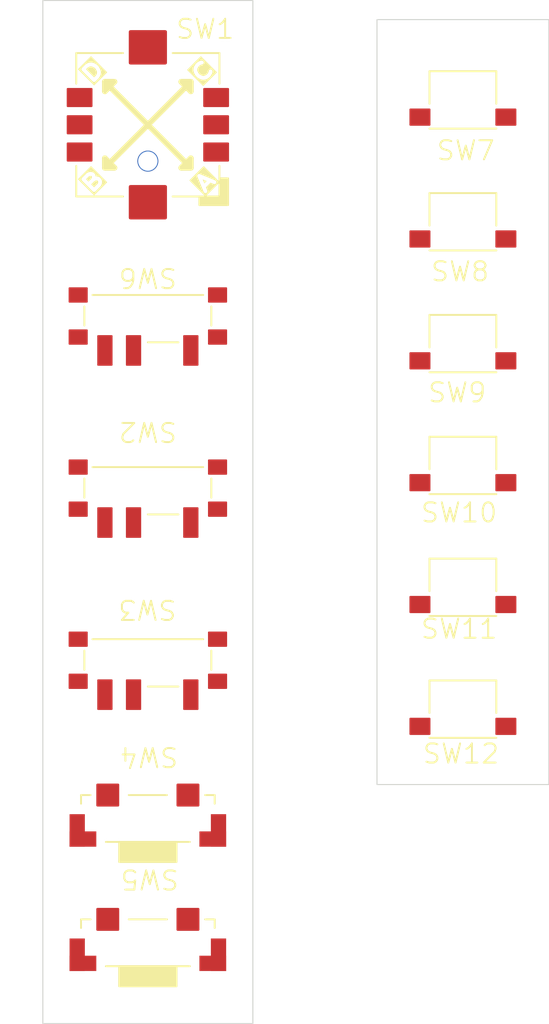
<source format=kicad_pcb>
(kicad_pcb (version 20240108) (generator "pcbnew") (generator_version "8.0")
  (layers (0 "F.Cu" signal) (31 "B.Cu" signal) (34 "B.Paste" user) (35 "F.Paste" user) (36 "B.SilkS" user "B.Silkscreen") (37 "F.SilkS" user "F.Silkscreen") (38 "B.Mask" user) (39 "F.Mask" user) (44 "Edge.Cuts" user))
  (net 0 "")
  (footprint "cocotter_connectors:TQ2537A" (layer "F.Cu") (at 66.5 34.271428)
    (property "Reference" "SW8" (at -0.15 3.407143 0) (layer "F.SilkS") (effects (font (thickness 0.1))))
    (property "Value" "TQ2537A")
    (fp_line (start -1.75 -0.7) (end -1.75 1) (stroke (width 0.1)) (layer "F.SilkS"))
    (fp_line (start 1.75 -0.7) (end -1.75 -0.7) (stroke (width 0.1)) (layer "F.SilkS"))
    (fp_line (start 1.75 -0.7) (end 1.75 1) (stroke (width 0.1)) (layer "F.SilkS"))
    (fp_line (start 1.75 2.3) (end -1.75 2.3) (stroke (width 0.1)) (layer "F.SilkS"))
    (pad "" np_thru_hole circle (at 0 0) (size 0.1 0.1) (drill 0.7) (layers "F&B.Cu" "*.Mask"))
    (pad "" np_thru_hole circle (at 0 1.6) (size 0.1 0.1) (drill 0.7) (layers "F&B.Cu" "*.Mask"))
    (pad "1" smd roundrect (at -2.25 1.7) (size 1.1 0.9) (layers "F.Cu" "F.Paste" "F.Mask") (roundrect_rratio 0.05))
    (pad "2" smd roundrect (at 2.25 1.7) (size 1.1 0.9) (layers "F.Cu" "F.Paste" "F.Mask") (roundrect_rratio 0.05))
  )
  (footprint "cocotter_connectors:TQ2537" (layer "F.Cu") (at 66.5 53.385712)
    (property "Reference" "SW11" (at -0.2 2.978572 0) (layer "F.SilkS") (effects (font (thickness 0.1))))
    (property "Value" "TQ2537")
    (fp_line (start -1.75 -0.7) (end -1.75 1) (stroke (width 0.1)) (layer "F.SilkS"))
    (fp_line (start 1.75 -0.7) (end -1.75 -0.7) (stroke (width 0.1)) (layer "F.SilkS"))
    (fp_line (start 1.75 -0.7) (end 1.75 1) (stroke (width 0.1)) (layer "F.SilkS"))
    (fp_line (start 1.75 2.3) (end -1.75 2.3) (stroke (width 0.1)) (layer "F.SilkS"))
    (pad "" np_thru_hole circle (at 0 0) (size 0.1 0.1) (drill 0.7) (layers "F&B.Cu" "*.Mask"))
    (pad "" np_thru_hole circle (at 0 1.6) (size 0.1 0.1) (drill 0.7) (layers "F&B.Cu" "*.Mask"))
    (pad "1" smd roundrect (at -2.25 1.7) (size 1.1 0.9) (layers "F.Cu" "F.Paste" "F.Mask") (roundrect_rratio 0.05))
    (pad "2" smd roundrect (at 2.25 1.7) (size 1.1 0.9) (layers "F.Cu" "F.Paste" "F.Mask") (roundrect_rratio 0.05))
  )
  (footprint "cocotter_connectors:MSS12C02LS-BB2.0" (layer "F.Cu") (at 50 58 180)
    (property "Reference" "SW3" (at 0.025 2.65 180) (layer "F.SilkS") (effects (font (thickness 0.1))))
    (property "Value" "MSS12C02LS-BB2.0")
    (fp_line (start 3.325 0.5) (end 3.325 -0.5) (stroke (width 0.1)) (layer "F.SilkS"))
    (fp_line (start 2.9 1.1) (end -2.9 1.1) (stroke (width 0.1)) (layer "F.SilkS"))
    (fp_line (start -1.6 -1.375) (end 0 -1.375) (stroke (width 0.1)) (layer "F.SilkS"))
    (fp_line (start -3.325 -0.5) (end -3.325 0.5) (stroke (width 0.1)) (layer "F.SilkS"))
    (pad "" np_thru_hole circle (at -1.5 0 180) (size 0.5 0.5) (drill 0.8) (layers "F&B.Cu" "*.Mask"))
    (pad "" np_thru_hole circle (at 1.5 0 180) (size 0.5 0.5) (drill 0.8) (layers "F&B.Cu" "*.Mask"))
    (pad "A" smd roundrect (at -2.25 -1.8 180) (size 0.8 1.6) (layers "F.Cu" "F.Paste" "F.Mask") (roundrect_rratio 0.05))
    (pad "B" smd roundrect (at 0.75 -1.8 180) (size 0.8 1.6) (layers "F.Cu" "F.Paste" "F.Mask") (roundrect_rratio 0.05))
    (pad "C" smd roundrect (at 2.25 -1.8 180) (size 0.8 1.6) (layers "F.Cu" "F.Paste" "F.Mask") (roundrect_rratio 0.05))
    (pad "MP" smd roundrect (at -3.65 -1.1 180) (size 1 0.8) (layers "F.Cu" "F.Paste" "F.Mask") (roundrect_rratio 0.05))
    (pad "MP" smd roundrect (at -3.65 1.1 180) (size 1 0.8) (layers "F.Cu" "F.Paste" "F.Mask") (roundrect_rratio 0.05))
    (pad "MP" smd roundrect (at 3.65 -1.1 180) (size 1 0.8) (layers "F.Cu" "F.Paste" "F.Mask") (roundrect_rratio 0.05))
    (pad "MP" smd roundrect (at 3.65 1.1 180) (size 1 0.8) (layers "F.Cu" "F.Paste" "F.Mask") (roundrect_rratio 0.05))
  )
  (footprint "cocotter_connectors:TQ2537A" (layer "F.Cu") (at 66.5 59.75714)
    (property "Reference" "SW12" (at -0.1 3.135715 0) (layer "F.SilkS") (effects (font (thickness 0.1))))
    (property "Value" "TQ2537A")
    (fp_line (start -1.75 -0.7) (end -1.75 1) (stroke (width 0.1)) (layer "F.SilkS"))
    (fp_line (start 1.75 -0.7) (end -1.75 -0.7) (stroke (width 0.1)) (layer "F.SilkS"))
    (fp_line (start 1.75 -0.7) (end 1.75 1) (stroke (width 0.1)) (layer "F.SilkS"))
    (fp_line (start 1.75 2.3) (end -1.75 2.3) (stroke (width 0.1)) (layer "F.SilkS"))
    (pad "" np_thru_hole circle (at 0 0) (size 0.1 0.1) (drill 0.7) (layers "F&B.Cu" "*.Mask"))
    (pad "" np_thru_hole circle (at 0 1.6) (size 0.1 0.1) (drill 0.7) (layers "F&B.Cu" "*.Mask"))
    (pad "1" smd roundrect (at -2.25 1.7) (size 1.1 0.9) (layers "F.Cu" "F.Paste" "F.Mask") (roundrect_rratio 0.05))
    (pad "2" smd roundrect (at 2.25 1.7) (size 1.1 0.9) (layers "F.Cu" "F.Paste" "F.Mask") (roundrect_rratio 0.05))
  )
  (footprint "cocotter_connectors:TQ2537" (layer "F.Cu") (at 66.5 40.642856)
    (property "Reference" "SW9" (at -0.3 3.364286 0) (layer "F.SilkS") (effects (font (thickness 0.1))))
    (property "Value" "TQ2537")
    (fp_line (start -1.75 -0.7) (end -1.75 1) (stroke (width 0.1)) (layer "F.SilkS"))
    (fp_line (start 1.75 -0.7) (end -1.75 -0.7) (stroke (width 0.1)) (layer "F.SilkS"))
    (fp_line (start 1.75 -0.7) (end 1.75 1) (stroke (width 0.1)) (layer "F.SilkS"))
    (fp_line (start 1.75 2.3) (end -1.75 2.3) (stroke (width 0.1)) (layer "F.SilkS"))
    (pad "" np_thru_hole circle (at 0 0) (size 0.1 0.1) (drill 0.7) (layers "F&B.Cu" "*.Mask"))
    (pad "" np_thru_hole circle (at 0 1.6) (size 0.1 0.1) (drill 0.7) (layers "F&B.Cu" "*.Mask"))
    (pad "1" smd roundrect (at -2.25 1.7) (size 1.1 0.9) (layers "F.Cu" "F.Paste" "F.Mask") (roundrect_rratio 0.05))
    (pad "2" smd roundrect (at 2.25 1.7) (size 1.1 0.9) (layers "F.Cu" "F.Paste" "F.Mask") (roundrect_rratio 0.05))
  )
  (footprint "cocotter_connectors:MSS12C02LS-BB2.0" (layer "F.Cu") (at 50 49 180)
    (property "Reference" "SW2" (at 0 2.95 180) (layer "F.SilkS") (effects (font (thickness 0.1))))
    (property "Value" "MSS12C02LS-BB2.0")
    (fp_line (start 3.325 0.5) (end 3.325 -0.5) (stroke (width 0.1)) (layer "F.SilkS"))
    (fp_line (start 2.9 1.1) (end -2.9 1.1) (stroke (width 0.1)) (layer "F.SilkS"))
    (fp_line (start -1.6 -1.375) (end 0 -1.375) (stroke (width 0.1)) (layer "F.SilkS"))
    (fp_line (start -3.325 -0.5) (end -3.325 0.5) (stroke (width 0.1)) (layer "F.SilkS"))
    (pad "" np_thru_hole circle (at -1.5 0 180) (size 0.5 0.5) (drill 0.8) (layers "F&B.Cu" "*.Mask"))
    (pad "" np_thru_hole circle (at 1.5 0 180) (size 0.5 0.5) (drill 0.8) (layers "F&B.Cu" "*.Mask"))
    (pad "A" smd roundrect (at -2.25 -1.8 180) (size 0.8 1.6) (layers "F.Cu" "F.Paste" "F.Mask") (roundrect_rratio 0.05))
    (pad "B" smd roundrect (at 0.75 -1.8 180) (size 0.8 1.6) (layers "F.Cu" "F.Paste" "F.Mask") (roundrect_rratio 0.05))
    (pad "C" smd roundrect (at 2.25 -1.8 180) (size 0.8 1.6) (layers "F.Cu" "F.Paste" "F.Mask") (roundrect_rratio 0.05))
    (pad "MP" smd roundrect (at -3.65 -1.1 180) (size 1 0.8) (layers "F.Cu" "F.Paste" "F.Mask") (roundrect_rratio 0.05))
    (pad "MP" smd roundrect (at -3.65 1.1 180) (size 1 0.8) (layers "F.Cu" "F.Paste" "F.Mask") (roundrect_rratio 0.05))
    (pad "MP" smd roundrect (at 3.65 -1.1 180) (size 1 0.8) (layers "F.Cu" "F.Paste" "F.Mask") (roundrect_rratio 0.05))
    (pad "MP" smd roundrect (at 3.65 1.1 180) (size 1 0.8) (layers "F.Cu" "F.Paste" "F.Mask") (roundrect_rratio 0.05))
  )
  (footprint "cocotter_connectors:TQ2537A" (layer "F.Cu") (at 66.5 47.014284)
    (property "Reference" "SW10" (at -0.2 3.271429 0) (layer "F.SilkS") (effects (font (thickness 0.1))))
    (property "Value" "TQ2537A")
    (fp_line (start -1.75 -0.7) (end -1.75 1) (stroke (width 0.1)) (layer "F.SilkS"))
    (fp_line (start 1.75 -0.7) (end -1.75 -0.7) (stroke (width 0.1)) (layer "F.SilkS"))
    (fp_line (start 1.75 -0.7) (end 1.75 1) (stroke (width 0.1)) (layer "F.SilkS"))
    (fp_line (start 1.75 2.3) (end -1.75 2.3) (stroke (width 0.1)) (layer "F.SilkS"))
    (pad "" np_thru_hole circle (at 0 0) (size 0.1 0.1) (drill 0.7) (layers "F&B.Cu" "*.Mask"))
    (pad "" np_thru_hole circle (at 0 1.6) (size 0.1 0.1) (drill 0.7) (layers "F&B.Cu" "*.Mask"))
    (pad "1" smd roundrect (at -2.25 1.7) (size 1.1 0.9) (layers "F.Cu" "F.Paste" "F.Mask") (roundrect_rratio 0.05))
    (pad "2" smd roundrect (at 2.25 1.7) (size 1.1 0.9) (layers "F.Cu" "F.Paste" "F.Mask") (roundrect_rratio 0.05))
  )
  (footprint "cocotter_others:TSB001A3526A02" (layer "F.Cu") (at 50 73 180)
    (property "Reference" "SW5" (at -0.1 3.55 180) (layer "F.SilkS") (effects (font (thickness 0.1))))
    (property "Value" "TSB001A3526A02")
    (fp_line (start 3.5 1.45) (end 3 1.45) (stroke (width 0.1)) (layer "F.SilkS"))
    (fp_line (start 3.5 1) (end 3.5 1.45) (stroke (width 0.1)) (layer "F.SilkS"))
    (fp_line (start -1 1.45) (end 1 1.45) (stroke (width 0.1)) (layer "F.SilkS"))
    (fp_line (start -2.2 -1) (end 2.2 -1) (stroke (width 0.1)) (layer "F.SilkS"))
    (fp_line (start -3 1.45) (end -3.5 1.45) (stroke (width 0.1)) (layer "F.SilkS"))
    (fp_line (start -3.5 1.45) (end -3.5 1) (stroke (width 0.1)) (layer "F.SilkS"))
    (fp_rect (start -1.5 -2.05) (end 1.5 -1) (stroke (width 0.1)) (fill solid) (layer "F.SilkS"))
    (pad "" np_thru_hole circle (at -1.15 0 180) (size 0.7 0.7) (drill 0.8) (layers "F&B.Cu" "*.Mask"))
    (pad "" np_thru_hole circle (at 1.15 0 180) (size 0.7 0.7) (drill 0.8) (layers "F&B.Cu" "*.Mask"))
    (pad "1" smd roundrect (at -2.1 1.45 180) (size 1.2 1.2) (layers "F.Cu" "F.Paste" "F.Mask") (roundrect_rratio 0.05))
    (pad "2" smd roundrect (at 2.1 1.45 180) (size 1.2 1.2) (layers "F.Cu" "F.Paste" "F.Mask") (roundrect_rratio 0.05))
    (pad "MP" smd rect (at -3.7 -0.4 180) (size 0.8 1.7) (layers "F.Cu" "F.Paste" "F.Mask"))
    (pad "MP" smd rect (at -3.4 -0.85 180) (size 1.4 0.8) (layers "F.Cu" "F.Paste" "F.Mask"))
    (pad "MP" smd rect (at 3.4 -0.85 180) (size 1.4 0.8) (layers "F.Cu" "F.Paste" "F.Mask"))
    (pad "MP" smd rect (at 3.7 -0.4 180) (size 0.8 1.7) (layers "F.Cu" "F.Paste" "F.Mask"))
  )
  (footprint "cocotter_others:TSB001A3526A02" (layer "F.Cu") (at 50 66.5 180)
    (property "Reference" "SW4" (at -0.0625 3.45 180) (layer "F.SilkS") (effects (font (thickness 0.1))))
    (property "Value" "TSB001A3526A02")
    (fp_line (start 3.5 1.45) (end 3 1.45) (stroke (width 0.1)) (layer "F.SilkS"))
    (fp_line (start 3.5 1) (end 3.5 1.45) (stroke (width 0.1)) (layer "F.SilkS"))
    (fp_line (start -1 1.45) (end 1 1.45) (stroke (width 0.1)) (layer "F.SilkS"))
    (fp_line (start -2.2 -1) (end 2.2 -1) (stroke (width 0.1)) (layer "F.SilkS"))
    (fp_line (start -3 1.45) (end -3.5 1.45) (stroke (width 0.1)) (layer "F.SilkS"))
    (fp_line (start -3.5 1.45) (end -3.5 1) (stroke (width 0.1)) (layer "F.SilkS"))
    (fp_rect (start -1.5 -2.05) (end 1.5 -1) (stroke (width 0.1)) (fill solid) (layer "F.SilkS"))
    (pad "" np_thru_hole circle (at -1.15 0 180) (size 0.7 0.7) (drill 0.8) (layers "F&B.Cu" "*.Mask"))
    (pad "" np_thru_hole circle (at 1.15 0 180) (size 0.7 0.7) (drill 0.8) (layers "F&B.Cu" "*.Mask"))
    (pad "1" smd roundrect (at -2.1 1.45 180) (size 1.2 1.2) (layers "F.Cu" "F.Paste" "F.Mask") (roundrect_rratio 0.05))
    (pad "2" smd roundrect (at 2.1 1.45 180) (size 1.2 1.2) (layers "F.Cu" "F.Paste" "F.Mask") (roundrect_rratio 0.05))
    (pad "MP" smd rect (at -3.7 -0.4 180) (size 0.8 1.7) (layers "F.Cu" "F.Paste" "F.Mask"))
    (pad "MP" smd rect (at -3.4 -0.85 180) (size 1.4 0.8) (layers "F.Cu" "F.Paste" "F.Mask"))
    (pad "MP" smd rect (at 3.4 -0.85 180) (size 1.4 0.8) (layers "F.Cu" "F.Paste" "F.Mask"))
    (pad "MP" smd rect (at 3.7 -0.4 180) (size 0.8 1.7) (layers "F.Cu" "F.Paste" "F.Mask"))
  )
  (footprint "cocotter_connectors:TQ2537" (layer "F.Cu") (at 66.5 27.9)
    (property "Reference" "SW7" (at 0.15 3.45 0) (layer "F.SilkS") (effects (font (thickness 0.1))))
    (property "Value" "TQ2537")
    (fp_line (start -1.75 -0.7) (end -1.75 1) (stroke (width 0.1)) (layer "F.SilkS"))
    (fp_line (start 1.75 -0.7) (end -1.75 -0.7) (stroke (width 0.1)) (layer "F.SilkS"))
    (fp_line (start 1.75 -0.7) (end 1.75 1) (stroke (width 0.1)) (layer "F.SilkS"))
    (fp_line (start 1.75 2.3) (end -1.75 2.3) (stroke (width 0.1)) (layer "F.SilkS"))
    (pad "" np_thru_hole circle (at 0 0) (size 0.1 0.1) (drill 0.7) (layers "F&B.Cu" "*.Mask"))
    (pad "" np_thru_hole circle (at 0 1.6) (size 0.1 0.1) (drill 0.7) (layers "F&B.Cu" "*.Mask"))
    (pad "1" smd roundrect (at -2.25 1.7) (size 1.1 0.9) (layers "F.Cu" "F.Paste" "F.Mask") (roundrect_rratio 0.05))
    (pad "2" smd roundrect (at 2.25 1.7) (size 1.1 0.9) (layers "F.Cu" "F.Paste" "F.Mask") (roundrect_rratio 0.05))
  )
  (footprint "cocotter_connectors:MSS12C02LS-BB2.0" (layer "F.Cu") (at 50 40 180)
    (property "Reference" "SW6" (at 0 2 180) (layer "F.SilkS") (effects (font (thickness 0.1))))
    (property "Value" "MSS12C02LS-BB2.0")
    (fp_line (start 3.325 0.5) (end 3.325 -0.5) (stroke (width 0.1)) (layer "F.SilkS"))
    (fp_line (start 2.9 1.1) (end -2.9 1.1) (stroke (width 0.1)) (layer "F.SilkS"))
    (fp_line (start -1.6 -1.375) (end 0 -1.375) (stroke (width 0.1)) (layer "F.SilkS"))
    (fp_line (start -3.325 -0.5) (end -3.325 0.5) (stroke (width 0.1)) (layer "F.SilkS"))
    (pad "" np_thru_hole circle (at -1.5 0 180) (size 0.5 0.5) (drill 0.8) (layers "F&B.Cu" "*.Mask"))
    (pad "" np_thru_hole circle (at 1.5 0 180) (size 0.5 0.5) (drill 0.8) (layers "F&B.Cu" "*.Mask"))
    (pad "A" smd roundrect (at -2.25 -1.8 180) (size 0.8 1.6) (layers "F.Cu" "F.Paste" "F.Mask") (roundrect_rratio 0.05))
    (pad "B" smd roundrect (at 0.75 -1.8 180) (size 0.8 1.6) (layers "F.Cu" "F.Paste" "F.Mask") (roundrect_rratio 0.05))
    (pad "C" smd roundrect (at 2.25 -1.8 180) (size 0.8 1.6) (layers "F.Cu" "F.Paste" "F.Mask") (roundrect_rratio 0.05))
    (pad "MP" smd roundrect (at -3.65 -1.1 180) (size 1 0.8) (layers "F.Cu" "F.Paste" "F.Mask") (roundrect_rratio 0.05))
    (pad "MP" smd roundrect (at -3.65 1.1 180) (size 1 0.8) (layers "F.Cu" "F.Paste" "F.Mask") (roundrect_rratio 0.05))
    (pad "MP" smd roundrect (at 3.65 -1.1 180) (size 1 0.8) (layers "F.Cu" "F.Paste" "F.Mask") (roundrect_rratio 0.05))
    (pad "MP" smd roundrect (at 3.65 1.1 180) (size 1 0.8) (layers "F.Cu" "F.Paste" "F.Mask") (roundrect_rratio 0.05))
  )
  (footprint "cocotter_connectors:TM-4175-B-A" (layer "F.Cu") (at 50 30)
    (property "Reference" "SW1" (at 3 -5 0) (layer "F.SilkS") (effects (font (thickness 0.1))))
    (property "Value" "TM-4175-B-A")
    (fp_line (start -3.75 -2.15) (end -3.75 -3.75) (stroke (width 0.1)) (layer "F.SilkS"))
    (fp_line (start -3.75 3.75) (end -3.75 2.15) (stroke (width 0.1)) (layer "F.SilkS"))
    (fp_line (start -2.25 -2.25) (end -1.75 -2.25) (stroke (width 0.3)) (layer "F.SilkS"))
    (fp_line (start -2.25 -1.75) (end -2.25 -2.25) (stroke (width 0.3)) (layer "F.SilkS"))
    (fp_line (start -2.25 1.75) (end -1.75 2.25) (stroke (width 0.3)) (layer "F.SilkS"))
    (fp_line (start -2.25 2.25) (end -2.25 1.75) (stroke (width 0.3)) (layer "F.SilkS"))
    (fp_line (start -1.75 -2.25) (end -2.25 -1.75) (stroke (width 0.3)) (layer "F.SilkS"))
    (fp_line (start -1.75 2.25) (end -2.25 2.25) (stroke (width 0.3)) (layer "F.SilkS"))
    (fp_line (start -1.3 -3.75) (end -3.75 -3.75) (stroke (width 0.1)) (layer "F.SilkS"))
    (fp_line (start -1.3 3.75) (end -3.75 3.75) (stroke (width 0.1)) (layer "F.SilkS"))
    (fp_line (start 0 0) (end -2 -2) (stroke (width 0.3)) (layer "F.SilkS"))
    (fp_line (start 0 0) (end -2 2) (stroke (width 0.3)) (layer "F.SilkS"))
    (fp_line (start 0 0) (end 2 -2) (stroke (width 0.3)) (layer "F.SilkS"))
    (fp_line (start 0 0) (end 2 2) (stroke (width 0.3)) (layer "F.SilkS"))
    (fp_line (start 1.75 -2.25) (end 2.25 -2.25) (stroke (width 0.3)) (layer "F.SilkS"))
    (fp_line (start 1.75 2.25) (end 2.25 1.75) (stroke (width 0.3)) (layer "F.SilkS"))
    (fp_line (start 2.25 -2.25) (end 2.25 -1.75) (stroke (width 0.3)) (layer "F.SilkS"))
    (fp_line (start 2.25 -1.75) (end 1.75 -2.25) (stroke (width 0.3)) (layer "F.SilkS"))
    (fp_line (start 2.25 1.75) (end 2.25 2.25) (stroke (width 0.3)) (layer "F.SilkS"))
    (fp_line (start 2.25 2.25) (end 1.75 2.25) (stroke (width 0.3)) (layer "F.SilkS"))
    (fp_line (start 3.75 -3.75) (end 1.3 -3.75) (stroke (width 0.1)) (layer "F.SilkS"))
    (fp_line (start 3.75 -2.15) (end 3.75 -3.75) (stroke (width 0.1)) (layer "F.SilkS"))
    (fp_line (start 3.75 3.75) (end 1.3 3.75) (stroke (width 0.1)) (layer "F.SilkS"))
    (fp_line (start 3.75 3.75) (end 3.75 2.15) (stroke (width 0.1)) (layer "F.SilkS"))
    (fp_poly (pts (xy 3.75 3.75) (xy 2.7 3.8) (xy 2.7 4.2) (xy 4.2 4.2) (xy 4.2 2.8) (xy 3.8 2.8)) (stroke (width 0.1)) (fill solid) (layer "F.SilkS"))
    (fp_text user "B" (at -3 3.75 45) (layer "F.SilkS" knockout) (effects (font (size 0.8 1) (thickness 0.2) (bold yes)) (justify left bottom)))
    (fp_text user "C" (at 2.75 -2 45) (layer "F.SilkS" knockout) (effects (font (size 0.8 1) (thickness 0.2) (bold yes)) (justify left bottom)))
    (fp_text user "D" (at -3 -2 45) (layer "F.SilkS" knockout) (effects (font (size 0.8 1) (thickness 0.2) (bold yes)) (justify left bottom)))
    (fp_text user "A" (at 2.932724 3.710592 45) (layer "F.SilkS" knockout) (effects (font (size 0.8 1) (thickness 0.2) (bold yes)) (justify left bottom)))
    (pad "" np_thru_hole circle (at 0 -1.9 180) (size 0.8 0.8) (drill 1) (layers "F&B.Cu" "*.Mask"))
    (pad "" np_thru_hole circle (at 0 1.9 180) (size 1.1 1.1) (drill 1) (layers "F&B.Cu" "*.Mask"))
    (pad "1" smd roundrect (at 3.575 1.425 180) (size 1.35 1) (layers "F.Cu" "F.Paste" "F.Mask") (roundrect_rratio 0.05))
    (pad "2" smd roundrect (at 3.575 0 180) (size 1.35 1) (layers "F.Cu" "F.Paste" "F.Mask") (roundrect_rratio 0.05))
    (pad "3" smd roundrect (at 3.575 -1.425) (size 1.35 1) (layers "F.Cu" "F.Paste" "F.Mask") (roundrect_rratio 0.05))
    (pad "4" smd roundrect (at -3.575 1.425 180) (size 1.35 1) (layers "F.Cu" "F.Paste" "F.Mask") (roundrect_rratio 0.05))
    (pad "5" smd roundrect (at -3.575 0) (size 1.35 1) (layers "F.Cu" "F.Paste" "F.Mask") (roundrect_rratio 0.05))
    (pad "6" smd roundrect (at -3.575 -1.425) (size 1.35 1) (layers "F.Cu" "F.Paste" "F.Mask") (roundrect_rratio 0.05))
    (pad "MP" smd roundrect (at 0 -4.05) (size 2 1.8) (layers "F.Cu" "F.Paste" "F.Mask") (roundrect_rratio 0.05))
    (pad "MP" smd roundrect (at 0 4.05 180) (size 2 1.8) (layers "F.Cu" "F.Paste" "F.Mask") (roundrect_rratio 0.05))
  )
  (gr_rect (start 62 24.5) (end 71 64.5) (stroke (width 0.05)) (fill none) (layer "Edge.Cuts"))
  (gr_rect (start 44.5 23.5) (end 55.5 77) (stroke (width 0.05)) (fill none) (layer "Edge.Cuts"))
)
</source>
